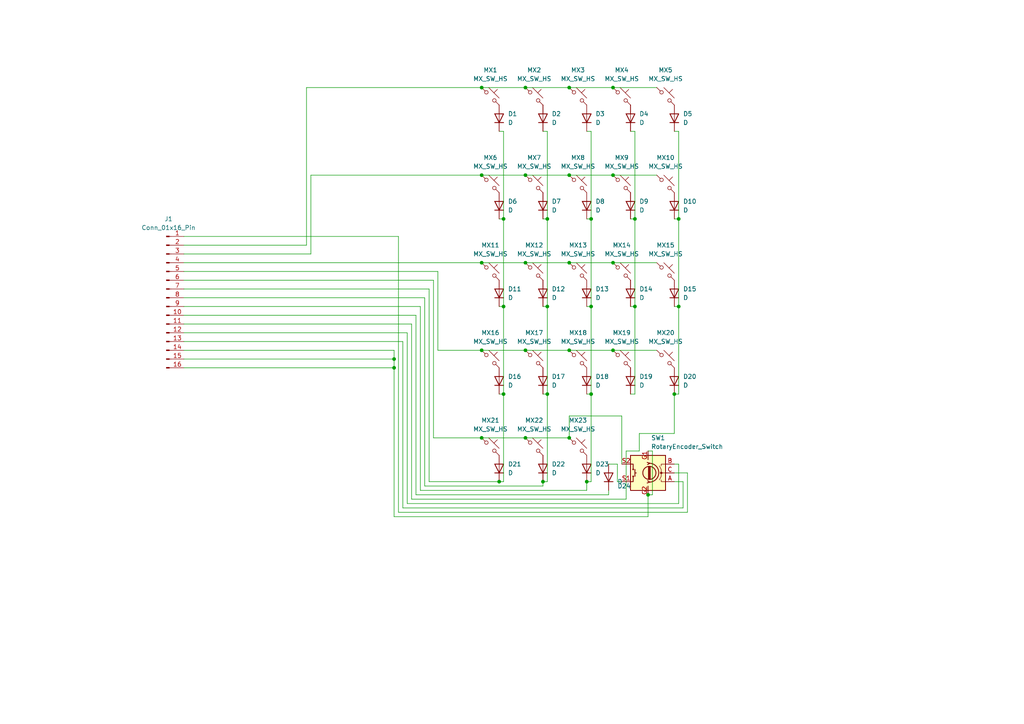
<source format=kicad_sch>
(kicad_sch (version 20230121) (generator eeschema)
  (paper "A4")
  (lib_symbols
    (symbol "!CustomLib:RotaryEncoder_Switch" (pin_names (offset 0.254) hide)
      (property "Reference" "SW" (at 7.62 0 0))
      (property "Value" "RotaryEncoder_Switch" (at 0 -3.81 0))
      (symbol "RotaryEncoder_Switch_0_1"
        (rectangle (start -5.08 5.08) (end 5.08 -5.08) (stroke (width 0.254)) (fill (type background)))
        (circle (center -3.81 0) (radius 0.254) (fill (type outline)))
        (circle (center -0.381 0) (radius 1.905) (stroke (width 0.254)))
        (arc (start -0.381 2.667) (mid -3.0988 -0.0635) (end -0.381 -2.794) (stroke (width 0.254)))
        (polyline (pts (xy -0.635 -1.778) (xy -0.635 1.778)) (stroke (width 0.254)))
        (polyline (pts (xy -0.381 -1.778) (xy -0.381 1.778)) (stroke (width 0.254)))
        (polyline (pts (xy -0.127 1.778) (xy -0.127 -1.778)) (stroke (width 0.254)))
        (polyline (pts (xy 3.81 0) (xy 3.429 0)) (stroke (width 0.254)))
        (polyline (pts (xy 3.81 1.016) (xy 3.81 -1.016)) (stroke (width 0.254)))
        (polyline (pts (xy -5.08 -2.54) (xy -3.81 -2.54) (xy -3.81 -2.032)))
        (polyline (pts (xy -5.08 2.54) (xy -3.81 2.54) (xy -3.81 2.032)))
        (polyline (pts (xy 0.254 -3.048) (xy -0.508 -2.794) (xy 0.127 -2.413)) (stroke (width 0.254)))
        (polyline (pts (xy 0.254 2.921) (xy -0.508 2.667) (xy 0.127 2.286)) (stroke (width 0.254)))
        (polyline (pts (xy 5.08 -2.54) (xy 4.318 -2.54) (xy 4.318 -1.016)) (stroke (width 0.254)))
        (polyline (pts (xy 5.08 2.54) (xy 4.318 2.54) (xy 4.318 1.016)) (stroke (width 0.254)))
        (polyline (pts (xy -5.08 0) (xy -3.81 0) (xy -3.81 -1.016) (xy -3.302 -2.032)))
        (polyline (pts (xy -4.318 0) (xy -3.81 0) (xy -3.81 1.016) (xy -3.302 2.032)))
        (circle (center 4.318 -1.016) (radius 0.127) (stroke (width 0.254)))
        (circle (center 4.318 1.016) (radius 0.127) (stroke (width 0.254)))
      )
      (symbol "RotaryEncoder_Switch_1_1"
        (pin passive line (at -7.62 2.54 0) (length 2.54) (name "A") (number "A"))
        (pin passive line (at -7.62 -2.54 0) (length 2.54) (name "B") (number "B"))
        (pin passive line (at -7.62 0 0) (length 2.54) (name "C") (number "C"))
        (pin passive line (at 0 -6.35 90) (length 2.54) (name "") (number "G1"))
        (pin passive line (at 0 6.35 270) (length 2.54) (name "") (number "G2"))
        (pin passive line (at 7.62 2.54 180) (length 2.54) (name "S1") (number "S1"))
        (pin passive line (at 7.62 -2.54 180) (length 2.54) (name "S2") (number "S2"))
      )
    )
    (symbol "Connector:Conn_01x16_Pin" (pin_names (offset 1.016) hide)
      (property "Reference" "J" (at 0 20.32 0))
      (property "Value" "Conn_01x16_Pin" (at 0 -22.86 0))
      (symbol "Conn_01x16_Pin_1_1"
        (polyline (pts (xy 1.27 -20.32) (xy 0.8636 -20.32)) (stroke (width 0.1524)))
        (polyline (pts (xy 1.27 -17.78) (xy 0.8636 -17.78)) (stroke (width 0.1524)))
        (polyline (pts (xy 1.27 -15.24) (xy 0.8636 -15.24)) (stroke (width 0.1524)))
        (polyline (pts (xy 1.27 -12.7) (xy 0.8636 -12.7)) (stroke (width 0.1524)))
        (polyline (pts (xy 1.27 -10.16) (xy 0.8636 -10.16)) (stroke (width 0.1524)))
        (polyline (pts (xy 1.27 -7.62) (xy 0.8636 -7.62)) (stroke (width 0.1524)))
        (polyline (pts (xy 1.27 -5.08) (xy 0.8636 -5.08)) (stroke (width 0.1524)))
        (polyline (pts (xy 1.27 -2.54) (xy 0.8636 -2.54)) (stroke (width 0.1524)))
        (polyline (pts (xy 1.27 0) (xy 0.8636 0)) (stroke (width 0.1524)))
        (polyline (pts (xy 1.27 2.54) (xy 0.8636 2.54)) (stroke (width 0.1524)))
        (polyline (pts (xy 1.27 5.08) (xy 0.8636 5.08)) (stroke (width 0.1524)))
        (polyline (pts (xy 1.27 7.62) (xy 0.8636 7.62)) (stroke (width 0.1524)))
        (polyline (pts (xy 1.27 10.16) (xy 0.8636 10.16)) (stroke (width 0.1524)))
        (polyline (pts (xy 1.27 12.7) (xy 0.8636 12.7)) (stroke (width 0.1524)))
        (polyline (pts (xy 1.27 15.24) (xy 0.8636 15.24)) (stroke (width 0.1524)))
        (polyline (pts (xy 1.27 17.78) (xy 0.8636 17.78)) (stroke (width 0.1524)))
        (rectangle (start 0.8636 -20.193) (end 0 -20.447) (stroke (width 0.1524)) (fill (type outline)))
        (rectangle (start 0.8636 -17.653) (end 0 -17.907) (stroke (width 0.1524)) (fill (type outline)))
        (rectangle (start 0.8636 -15.113) (end 0 -15.367) (stroke (width 0.1524)) (fill (type outline)))
        (rectangle (start 0.8636 -12.573) (end 0 -12.827) (stroke (width 0.1524)) (fill (type outline)))
        (rectangle (start 0.8636 -10.033) (end 0 -10.287) (stroke (width 0.1524)) (fill (type outline)))
        (rectangle (start 0.8636 -7.493) (end 0 -7.747) (stroke (width 0.1524)) (fill (type outline)))
        (rectangle (start 0.8636 -4.953) (end 0 -5.207) (stroke (width 0.1524)) (fill (type outline)))
        (rectangle (start 0.8636 -2.413) (end 0 -2.667) (stroke (width 0.1524)) (fill (type outline)))
        (rectangle (start 0.8636 0.127) (end 0 -0.127) (stroke (width 0.1524)) (fill (type outline)))
        (rectangle (start 0.8636 2.667) (end 0 2.413) (stroke (width 0.1524)) (fill (type outline)))
        (rectangle (start 0.8636 5.207) (end 0 4.953) (stroke (width 0.1524)) (fill (type outline)))
        (rectangle (start 0.8636 7.747) (end 0 7.493) (stroke (width 0.1524)) (fill (type outline)))
        (rectangle (start 0.8636 10.287) (end 0 10.033) (stroke (width 0.1524)) (fill (type outline)))
        (rectangle (start 0.8636 12.827) (end 0 12.573) (stroke (width 0.1524)) (fill (type outline)))
        (rectangle (start 0.8636 15.367) (end 0 15.113) (stroke (width 0.1524)) (fill (type outline)))
        (rectangle (start 0.8636 17.907) (end 0 17.653) (stroke (width 0.1524)) (fill (type outline)))
        (pin passive line (at 5.08 17.78 180) (length 3.81) (name "Pin_1") (number "1"))
        (pin passive line (at 5.08 -5.08 180) (length 3.81) (name "Pin_10") (number "10"))
        (pin passive line (at 5.08 -7.62 180) (length 3.81) (name "Pin_11") (number "11"))
        (pin passive line (at 5.08 -10.16 180) (length 3.81) (name "Pin_12") (number "12"))
        (pin passive line (at 5.08 -12.7 180) (length 3.81) (name "Pin_13") (number "13"))
        (pin passive line (at 5.08 -15.24 180) (length 3.81) (name "Pin_14") (number "14"))
        (pin passive line (at 5.08 -17.78 180) (length 3.81) (name "Pin_15") (number "15"))
        (pin passive line (at 5.08 -20.32 180) (length 3.81) (name "Pin_16") (number "16"))
        (pin passive line (at 5.08 15.24 180) (length 3.81) (name "Pin_2") (number "2"))
        (pin passive line (at 5.08 12.7 180) (length 3.81) (name "Pin_3") (number "3"))
        (pin passive line (at 5.08 10.16 180) (length 3.81) (name "Pin_4") (number "4"))
        (pin passive line (at 5.08 7.62 180) (length 3.81) (name "Pin_5") (number "5"))
        (pin passive line (at 5.08 5.08 180) (length 3.81) (name "Pin_6") (number "6"))
        (pin passive line (at 5.08 2.54 180) (length 3.81) (name "Pin_7") (number "7"))
        (pin passive line (at 5.08 0 180) (length 3.81) (name "Pin_8") (number "8"))
        (pin passive line (at 5.08 -2.54 180) (length 3.81) (name "Pin_9") (number "9"))
      )
    )
    (symbol "Device:D" (pin_numbers hide) (pin_names (offset 1.016) hide)
      (property "Reference" "D" (at 0 2.54 0))
      (property "Value" "D" (at 0 -2.54 0))
      (symbol "D_0_1"
        (polyline (pts (xy -1.27 1.27) (xy -1.27 -1.27)) (stroke (width 0.254)))
        (polyline (pts (xy 1.27 0) (xy -1.27 0)))
        (polyline (pts (xy 1.27 1.27) (xy 1.27 -1.27) (xy -1.27 0) (xy 1.27 1.27)) (stroke (width 0.254)))
      )
      (symbol "D_1_1"
        (pin passive line (at -3.81 0 0) (length 2.54) (name "K") (number "1"))
        (pin passive line (at 3.81 0 180) (length 2.54) (name "A") (number "2"))
      )
    )
    (symbol "PCM_marbastlib-mx:MX_SW_HS" (pin_numbers hide) (pin_names (offset 1.016) hide)
      (property "Reference" "MX" (at 3.048 1.016 0))
      (property "Value" "MX_SW_HS" (at 0 -3.81 0))
      (symbol "MX_SW_HS_0_1"
        (circle (center -1.1684 1.1684) (radius 0.508))
        (polyline (pts (xy -0.508 2.54) (xy 2.54 -0.508)))
        (polyline (pts (xy 1.016 1.016) (xy 2.032 2.032)))
        (polyline (pts (xy -2.54 2.54) (xy -1.524 1.524) (xy -1.524 1.524)))
        (polyline (pts (xy 1.524 -1.524) (xy 2.54 -2.54) (xy 2.54 -2.54) (xy 2.54 -2.54)))
        (circle (center 1.143 -1.1938) (radius 0.508))
        (pin passive line (at -2.54 2.54 0) (length 0) (name "1") (number "1"))
        (pin passive line (at 2.54 -2.54 180) (length 0) (name "2") (number "2"))
      )
    )
  )
  (junction (at 177.8 101.6))
  (junction (at 184.15 63.5))
  (junction (at 177.8 76.2))
  (junction (at 171.45 63.5))
  (junction (at 196.85 88.9))
  (junction (at 152.4 76.2))
  (junction (at 139.7 25.4))
  (junction (at 184.15 88.9))
  (junction (at 144.78 139.7))
  (junction (at 165.1 101.6))
  (junction (at 177.8 50.8))
  (junction (at 158.75 88.9))
  (junction (at 158.75 114.3))
  (junction (at 114.3 106.68))
  (junction (at 157.48 139.7))
  (junction (at 146.05 88.9))
  (junction (at 139.7 76.2))
  (junction (at 165.1 76.2))
  (junction (at 152.4 101.6))
  (junction (at 165.1 50.8))
  (junction (at 177.8 25.4))
  (junction (at 165.1 25.4))
  (junction (at 152.4 50.8))
  (junction (at 170.18 139.7))
  (junction (at 114.3 104.14))
  (junction (at 139.7 127))
  (junction (at 196.85 63.5))
  (junction (at 187.96 143.51))
  (junction (at 152.4 127))
  (junction (at 152.4 25.4))
  (junction (at 139.7 101.6))
  (junction (at 139.7 50.8))
  (junction (at 195.58 114.3))
  (junction (at 158.75 63.5))
  (junction (at 171.45 114.3))
  (junction (at 171.45 88.9))
  (junction (at 146.05 63.5))
  (junction (at 165.1 127))
  (junction (at 146.05 114.3))
  (wire (pts (xy 157.48 139.7) (xy 157.48 140.97)))
  (wire (pts (xy 195.58 134.62) (xy 196.85 134.62)))
  (wire (pts (xy 187.96 130.81) (xy 189.23 130.81)))
  (wire (pts (xy 170.18 139.7) (xy 170.18 142.24)))
  (wire (pts (xy 146.05 38.1) (xy 146.05 63.5)))
  (wire (pts (xy 53.34 81.28) (xy 125.73 81.28)))
  (wire (pts (xy 180.34 139.7) (xy 179.07 139.7)))
  (wire (pts (xy 53.34 78.74) (xy 127 78.74)))
  (wire (pts (xy 119.38 144.78) (xy 119.38 93.98)))
  (wire (pts (xy 114.3 101.6) (xy 53.34 101.6)))
  (wire (pts (xy 184.15 63.5) (xy 184.15 88.9)))
  (wire (pts (xy 152.4 25.4) (xy 165.1 25.4)))
  (wire (pts (xy 165.1 101.6) (xy 177.8 101.6)))
  (wire (pts (xy 146.05 139.7) (xy 144.78 139.7)))
  (wire (pts (xy 144.78 38.1) (xy 146.05 38.1)))
  (wire (pts (xy 53.34 104.14) (xy 114.3 104.14)))
  (wire (pts (xy 177.8 50.8) (xy 190.5 50.8)))
  (wire (pts (xy 196.85 134.62) (xy 196.85 146.05)))
  (wire (pts (xy 196.85 88.9) (xy 196.85 114.3)))
  (wire (pts (xy 88.9 71.12) (xy 88.9 25.4)))
  (wire (pts (xy 170.18 63.5) (xy 171.45 63.5)))
  (wire (pts (xy 146.05 63.5) (xy 146.05 88.9)))
  (wire (pts (xy 185.42 130.81) (xy 181.61 130.81)))
  (wire (pts (xy 195.58 38.1) (xy 196.85 38.1)))
  (wire (pts (xy 139.7 25.4) (xy 152.4 25.4)))
  (wire (pts (xy 196.85 63.5) (xy 195.58 63.5)))
  (wire (pts (xy 189.23 130.81) (xy 189.23 143.51)))
  (wire (pts (xy 179.07 139.7) (xy 179.07 134.62)))
  (wire (pts (xy 180.34 120.65) (xy 180.34 134.62)))
  (wire (pts (xy 125.73 127) (xy 139.7 127)))
  (wire (pts (xy 158.75 88.9) (xy 158.75 114.3)))
  (wire (pts (xy 176.53 143.51) (xy 120.65 143.51)))
  (wire (pts (xy 196.85 63.5) (xy 196.85 88.9)))
  (wire (pts (xy 88.9 25.4) (xy 139.7 25.4)))
  (wire (pts (xy 165.1 76.2) (xy 177.8 76.2)))
  (wire (pts (xy 177.8 76.2) (xy 190.5 76.2)))
  (wire (pts (xy 165.1 50.8) (xy 177.8 50.8)))
  (wire (pts (xy 120.65 143.51) (xy 120.65 91.44)))
  (wire (pts (xy 171.45 139.7) (xy 170.18 139.7)))
  (wire (pts (xy 196.85 88.9) (xy 195.58 88.9)))
  (wire (pts (xy 90.17 50.8) (xy 139.7 50.8)))
  (wire (pts (xy 184.15 38.1) (xy 184.15 63.5)))
  (wire (pts (xy 177.8 101.6) (xy 190.5 101.6)))
  (wire (pts (xy 171.45 63.5) (xy 171.45 88.9)))
  (wire (pts (xy 171.45 114.3) (xy 171.45 139.7)))
  (wire (pts (xy 158.75 139.7) (xy 157.48 139.7)))
  (wire (pts (xy 165.1 25.4) (xy 177.8 25.4)))
  (wire (pts (xy 123.19 140.97) (xy 123.19 86.36)))
  (wire (pts (xy 176.53 142.24) (xy 176.53 143.51)))
  (wire (pts (xy 157.48 38.1) (xy 158.75 38.1)))
  (wire (pts (xy 152.4 101.6) (xy 165.1 101.6)))
  (wire (pts (xy 121.92 142.24) (xy 121.92 88.9)))
  (wire (pts (xy 53.34 71.12) (xy 88.9 71.12)))
  (wire (pts (xy 184.15 88.9) (xy 184.15 114.3)))
  (wire (pts (xy 114.3 149.86) (xy 114.3 106.68)))
  (wire (pts (xy 171.45 114.3) (xy 170.18 114.3)))
  (wire (pts (xy 184.15 88.9) (xy 182.88 88.9)))
  (wire (pts (xy 115.57 68.58) (xy 53.34 68.58)))
  (wire (pts (xy 179.07 134.62) (xy 176.53 134.62)))
  (wire (pts (xy 182.88 63.5) (xy 184.15 63.5)))
  (wire (pts (xy 195.58 114.3) (xy 195.58 125.73)))
  (wire (pts (xy 114.3 106.68) (xy 114.3 104.14)))
  (wire (pts (xy 125.73 81.28) (xy 125.73 127)))
  (wire (pts (xy 127 78.74) (xy 127 101.6)))
  (wire (pts (xy 195.58 137.16) (xy 199.39 137.16)))
  (wire (pts (xy 114.3 104.14) (xy 114.3 101.6)))
  (wire (pts (xy 53.34 73.66) (xy 90.17 73.66)))
  (wire (pts (xy 158.75 114.3) (xy 157.48 114.3)))
  (wire (pts (xy 119.38 93.98) (xy 53.34 93.98)))
  (wire (pts (xy 146.05 88.9) (xy 146.05 114.3)))
  (wire (pts (xy 196.85 114.3) (xy 195.58 114.3)))
  (wire (pts (xy 158.75 63.5) (xy 157.48 63.5)))
  (wire (pts (xy 127 101.6) (xy 139.7 101.6)))
  (wire (pts (xy 158.75 88.9) (xy 157.48 88.9)))
  (wire (pts (xy 171.45 88.9) (xy 171.45 114.3)))
  (wire (pts (xy 120.65 91.44) (xy 53.34 91.44)))
  (wire (pts (xy 124.46 139.7) (xy 124.46 83.82)))
  (wire (pts (xy 152.4 76.2) (xy 165.1 76.2)))
  (wire (pts (xy 171.45 38.1) (xy 171.45 63.5)))
  (wire (pts (xy 118.11 96.52) (xy 53.34 96.52)))
  (wire (pts (xy 139.7 127) (xy 152.4 127)))
  (wire (pts (xy 139.7 76.2) (xy 152.4 76.2)))
  (wire (pts (xy 158.75 38.1) (xy 158.75 63.5)))
  (wire (pts (xy 195.58 125.73) (xy 185.42 125.73)))
  (wire (pts (xy 198.12 147.32) (xy 116.84 147.32)))
  (wire (pts (xy 124.46 83.82) (xy 53.34 83.82)))
  (wire (pts (xy 116.84 147.32) (xy 116.84 99.06)))
  (wire (pts (xy 171.45 88.9) (xy 170.18 88.9)))
  (wire (pts (xy 115.57 148.59) (xy 115.57 68.58)))
  (wire (pts (xy 121.92 88.9) (xy 53.34 88.9)))
  (wire (pts (xy 187.96 143.51) (xy 187.96 149.86)))
  (wire (pts (xy 198.12 139.7) (xy 198.12 147.32)))
  (wire (pts (xy 196.85 38.1) (xy 196.85 63.5)))
  (wire (pts (xy 196.85 146.05) (xy 118.11 146.05)))
  (wire (pts (xy 146.05 114.3) (xy 146.05 139.7)))
  (wire (pts (xy 146.05 88.9) (xy 144.78 88.9)))
  (wire (pts (xy 53.34 76.2) (xy 139.7 76.2)))
  (wire (pts (xy 90.17 73.66) (xy 90.17 50.8)))
  (wire (pts (xy 53.34 106.68) (xy 114.3 106.68)))
  (wire (pts (xy 184.15 114.3) (xy 182.88 114.3)))
  (wire (pts (xy 146.05 114.3) (xy 144.78 114.3)))
  (wire (pts (xy 157.48 140.97) (xy 123.19 140.97)))
  (wire (pts (xy 182.88 38.1) (xy 184.15 38.1)))
  (wire (pts (xy 158.75 114.3) (xy 158.75 139.7)))
  (wire (pts (xy 181.61 130.81) (xy 181.61 144.78)))
  (wire (pts (xy 181.61 144.78) (xy 119.38 144.78)))
  (wire (pts (xy 139.7 50.8) (xy 152.4 50.8)))
  (wire (pts (xy 195.58 139.7) (xy 198.12 139.7)))
  (wire (pts (xy 177.8 25.4) (xy 190.5 25.4)))
  (wire (pts (xy 152.4 50.8) (xy 165.1 50.8)))
  (wire (pts (xy 123.19 86.36) (xy 53.34 86.36)))
  (wire (pts (xy 170.18 142.24) (xy 121.92 142.24)))
  (wire (pts (xy 139.7 101.6) (xy 152.4 101.6)))
  (wire (pts (xy 118.11 146.05) (xy 118.11 96.52)))
  (wire (pts (xy 152.4 127) (xy 165.1 127)))
  (wire (pts (xy 144.78 139.7) (xy 124.46 139.7)))
  (wire (pts (xy 189.23 143.51) (xy 187.96 143.51)))
  (wire (pts (xy 165.1 127) (xy 165.1 120.65)))
  (wire (pts (xy 199.39 137.16) (xy 199.39 148.59)))
  (wire (pts (xy 144.78 63.5) (xy 146.05 63.5)))
  (wire (pts (xy 187.96 149.86) (xy 114.3 149.86)))
  (wire (pts (xy 199.39 148.59) (xy 115.57 148.59)))
  (wire (pts (xy 185.42 125.73) (xy 185.42 130.81)))
  (wire (pts (xy 158.75 63.5) (xy 158.75 88.9)))
  (wire (pts (xy 116.84 99.06) (xy 53.34 99.06)))
  (wire (pts (xy 170.18 38.1) (xy 171.45 38.1)))
  (wire (pts (xy 180.34 120.65) (xy 165.1 120.65)))
  (symbol (lib_id "Device:D") (at 170.18 34.29 90) (unit 1)
    (property "Reference" "D3" (at 172.72 33.02 90) (effects (justify right)))
    (property "Value" "D" (at 172.72 35.56 90) (effects (justify right)))
    (property "Footprint" "Diode_SMD:D_SOD-123" (effects hide))
    (property "Sim.Device" "D" (effects hide))
    (property "Sim.Pins" "1=K 2=A" (effects hide))
  )
  (symbol (lib_id "PCM_marbastlib-mx:MX_SW_HS") (at 167.64 53.34 0) (unit 1)
    (property "Reference" "MX8" (at 167.64 45.72 0))
    (property "Value" "MX_SW_HS" (at 167.64 48.26 0))
    (property "Footprint" "PCM_marbastlib-mx:SW_MX_HS_1u" (effects hide))
  )
  (symbol (lib_id "Device:D") (at 157.48 110.49 90) (unit 1)
    (property "Reference" "D17" (at 160.02 109.22 90) (effects (justify right)))
    (property "Value" "D" (at 160.02 111.76 90) (effects (justify right)))
    (property "Footprint" "Diode_SMD:D_SOD-123" (effects hide))
    (property "Sim.Device" "D" (effects hide))
    (property "Sim.Pins" "1=K 2=A" (effects hide))
  )
  (symbol (lib_id "Device:D") (at 157.48 135.89 90) (unit 1)
    (property "Reference" "D22" (at 160.02 134.62 90) (effects (justify right)))
    (property "Value" "D" (at 160.02 137.16 90) (effects (justify right)))
    (property "Footprint" "Diode_SMD:D_SOD-123" (effects hide))
    (property "Sim.Device" "D" (effects hide))
    (property "Sim.Pins" "1=K 2=A" (effects hide))
  )
  (symbol (lib_id "PCM_marbastlib-mx:MX_SW_HS") (at 193.04 104.14 0) (unit 1)
    (property "Reference" "MX20" (at 193.04 96.52 0))
    (property "Value" "MX_SW_HS" (at 193.04 99.06 0))
    (property "Footprint" "PCM_marbastlib-mx:SW_MX_HS_1u" (effects hide))
  )
  (symbol (lib_id "Device:D") (at 157.48 85.09 90) (unit 1)
    (property "Reference" "D12" (at 160.02 83.82 90) (effects (justify right)))
    (property "Value" "D" (at 160.02 86.36 90) (effects (justify right)))
    (property "Footprint" "Diode_SMD:D_SOD-123" (effects hide))
    (property "Sim.Device" "D" (effects hide))
    (property "Sim.Pins" "1=K 2=A" (effects hide))
  )
  (symbol (lib_id "PCM_marbastlib-mx:MX_SW_HS") (at 193.04 78.74 0) (unit 1)
    (property "Reference" "MX15" (at 193.04 71.12 0))
    (property "Value" "MX_SW_HS" (at 193.04 73.66 0))
    (property "Footprint" "PCM_marbastlib-mx:SW_MX_HS_1u" (effects hide))
  )
  (symbol (lib_id "Device:D") (at 182.88 85.09 90) (unit 1)
    (property "Reference" "D14" (at 185.42 83.82 90) (effects (justify right)))
    (property "Value" "D" (at 185.42 86.36 90) (effects (justify right)))
    (property "Footprint" "Diode_SMD:D_SOD-123" (effects hide))
    (property "Sim.Device" "D" (effects hide))
    (property "Sim.Pins" "1=K 2=A" (effects hide))
  )
  (symbol (lib_id "Device:D") (at 144.78 34.29 90) (unit 1)
    (property "Reference" "D1" (at 147.32 33.02 90) (effects (justify right)))
    (property "Value" "D" (at 147.32 35.56 90) (effects (justify right)))
    (property "Footprint" "Diode_SMD:D_SOD-123" (effects hide))
    (property "Sim.Device" "D" (effects hide))
    (property "Sim.Pins" "1=K 2=A" (effects hide))
  )
  (symbol (lib_id "Connector:Conn_01x16_Pin") (at 48.26 86.36 0) (unit 1)
    (property "Reference" "J1" (at 48.895 63.5 0))
    (property "Value" "Conn_01x16_Pin" (at 48.895 66.04 0))
    (property "Footprint" "CustomKicad:XF3M-1415-1B" (effects hide))
  )
  (symbol (lib_id "Device:D") (at 170.18 59.69 90) (unit 1)
    (property "Reference" "D8" (at 172.72 58.42 90) (effects (justify right)))
    (property "Value" "D" (at 172.72 60.96 90) (effects (justify right)))
    (property "Footprint" "Diode_SMD:D_SOD-123" (effects hide))
    (property "Sim.Device" "D" (effects hide))
    (property "Sim.Pins" "1=K 2=A" (effects hide))
  )
  (symbol (lib_id "Device:D") (at 176.53 138.43 90) (unit 1)
    (property "Reference" "D24" (at 179.07 140.97 90) (effects (justify right)))
    (property "Value" "D" (at 179.07 139.7 90) (effects (justify right)))
    (property "Footprint" "Diode_SMD:D_SOD-123" (effects hide))
    (property "Sim.Device" "D" (effects hide))
    (property "Sim.Pins" "1=K 2=A" (effects hide))
  )
  (symbol (lib_id "Device:D") (at 195.58 59.69 90) (unit 1)
    (property "Reference" "D10" (at 198.12 58.42 90) (effects (justify right)))
    (property "Value" "D" (at 198.12 60.96 90) (effects (justify right)))
    (property "Footprint" "Diode_SMD:D_SOD-123" (effects hide))
    (property "Sim.Device" "D" (effects hide))
    (property "Sim.Pins" "1=K 2=A" (effects hide))
  )
  (symbol (lib_id "PCM_marbastlib-mx:MX_SW_HS") (at 193.04 53.34 0) (unit 1)
    (property "Reference" "MX10" (at 193.04 45.72 0))
    (property "Value" "MX_SW_HS" (at 193.04 48.26 0))
    (property "Footprint" "PCM_marbastlib-mx:SW_MX_HS_1u" (effects hide))
  )
  (symbol (lib_id "PCM_marbastlib-mx:MX_SW_HS") (at 142.24 104.14 0) (unit 1)
    (property "Reference" "MX16" (at 142.24 96.52 0))
    (property "Value" "MX_SW_HS" (at 142.24 99.06 0))
    (property "Footprint" "PCM_marbastlib-mx:SW_MX_HS_1u" (effects hide))
  )
  (symbol (lib_id "Device:D") (at 195.58 34.29 90) (unit 1)
    (property "Reference" "D5" (at 198.12 33.02 90) (effects (justify right)))
    (property "Value" "D" (at 198.12 35.56 90) (effects (justify right)))
    (property "Footprint" "Diode_SMD:D_SOD-123" (effects hide))
    (property "Sim.Device" "D" (effects hide))
    (property "Sim.Pins" "1=K 2=A" (effects hide))
  )
  (symbol (lib_id "Device:D") (at 182.88 59.69 90) (unit 1)
    (property "Reference" "D9" (at 185.42 58.42 90) (effects (justify right)))
    (property "Value" "D" (at 185.42 60.96 90) (effects (justify right)))
    (property "Footprint" "Diode_SMD:D_SOD-123" (effects hide))
    (property "Sim.Device" "D" (effects hide))
    (property "Sim.Pins" "1=K 2=A" (effects hide))
  )
  (symbol (lib_id "Device:D") (at 170.18 85.09 90) (unit 1)
    (property "Reference" "D13" (at 172.72 83.82 90) (effects (justify right)))
    (property "Value" "D" (at 172.72 86.36 90) (effects (justify right)))
    (property "Footprint" "Diode_SMD:D_SOD-123" (effects hide))
    (property "Sim.Device" "D" (effects hide))
    (property "Sim.Pins" "1=K 2=A" (effects hide))
  )
  (symbol (lib_id "PCM_marbastlib-mx:MX_SW_HS") (at 154.94 78.74 0) (unit 1)
    (property "Reference" "MX12" (at 154.94 71.12 0))
    (property "Value" "MX_SW_HS" (at 154.94 73.66 0))
    (property "Footprint" "PCM_marbastlib-mx:SW_MX_HS_1u" (effects hide))
  )
  (symbol (lib_id "PCM_marbastlib-mx:MX_SW_HS") (at 193.04 27.94 0) (unit 1)
    (property "Reference" "MX5" (at 193.04 20.32 0))
    (property "Value" "MX_SW_HS" (at 193.04 22.86 0))
    (property "Footprint" "PCM_marbastlib-mx:SW_MX_HS_1u" (effects hide))
  )
  (symbol (lib_id "PCM_marbastlib-mx:MX_SW_HS") (at 180.34 104.14 0) (unit 1)
    (property "Reference" "MX19" (at 180.34 96.52 0))
    (property "Value" "MX_SW_HS" (at 180.34 99.06 0))
    (property "Footprint" "PCM_marbastlib-mx:SW_MX_HS_1u" (effects hide))
  )
  (symbol (lib_id "PCM_marbastlib-mx:MX_SW_HS") (at 142.24 53.34 0) (unit 1)
    (property "Reference" "MX6" (at 142.24 45.72 0))
    (property "Value" "MX_SW_HS" (at 142.24 48.26 0))
    (property "Footprint" "PCM_marbastlib-mx:SW_MX_HS_1u" (effects hide))
  )
  (symbol (lib_id "PCM_marbastlib-mx:MX_SW_HS") (at 154.94 129.54 0) (unit 1)
    (property "Reference" "MX22" (at 154.94 121.92 0))
    (property "Value" "MX_SW_HS" (at 154.94 124.46 0))
    (property "Footprint" "PCM_marbastlib-mx:SW_MX_HS_1u" (effects hide))
  )
  (symbol (lib_id "PCM_marbastlib-mx:MX_SW_HS") (at 167.64 104.14 0) (unit 1)
    (property "Reference" "MX18" (at 167.64 96.52 0))
    (property "Value" "MX_SW_HS" (at 167.64 99.06 0))
    (property "Footprint" "PCM_marbastlib-mx:SW_MX_HS_1u" (effects hide))
  )
  (symbol (lib_id "!CustomLib:RotaryEncoder_Switch") (at 187.96 137.16 180) (unit 1)
    (property "Reference" "SW1" (at 188.8489 127 0) (effects (justify right)))
    (property "Value" "RotaryEncoder_Switch" (at 188.8489 129.54 0) (effects (justify right)))
    (property "Footprint" "CustomKicad:PEC12R-42" (effects hide))
  )
  (symbol (lib_id "Device:D") (at 157.48 34.29 90) (unit 1)
    (property "Reference" "D2" (at 160.02 33.02 90) (effects (justify right)))
    (property "Value" "D" (at 160.02 35.56 90) (effects (justify right)))
    (property "Footprint" "Diode_SMD:D_SOD-123" (effects hide))
    (property "Sim.Device" "D" (effects hide))
    (property "Sim.Pins" "1=K 2=A" (effects hide))
  )
  (symbol (lib_id "PCM_marbastlib-mx:MX_SW_HS") (at 180.34 53.34 0) (unit 1)
    (property "Reference" "MX9" (at 180.34 45.72 0))
    (property "Value" "MX_SW_HS" (at 180.34 48.26 0))
    (property "Footprint" "PCM_marbastlib-mx:SW_MX_HS_1u" (effects hide))
  )
  (symbol (lib_id "Device:D") (at 157.48 59.69 90) (unit 1)
    (property "Reference" "D7" (at 160.02 58.42 90) (effects (justify right)))
    (property "Value" "D" (at 160.02 60.96 90) (effects (justify right)))
    (property "Footprint" "Diode_SMD:D_SOD-123" (effects hide))
    (property "Sim.Device" "D" (effects hide))
    (property "Sim.Pins" "1=K 2=A" (effects hide))
  )
  (symbol (lib_id "Device:D") (at 144.78 59.69 90) (unit 1)
    (property "Reference" "D6" (at 147.32 58.42 90) (effects (justify right)))
    (property "Value" "D" (at 147.32 60.96 90) (effects (justify right)))
    (property "Footprint" "Diode_SMD:D_SOD-123" (effects hide))
    (property "Sim.Device" "D" (effects hide))
    (property "Sim.Pins" "1=K 2=A" (effects hide))
  )
  (symbol (lib_id "Device:D") (at 170.18 110.49 90) (unit 1)
    (property "Reference" "D18" (at 172.72 109.22 90) (effects (justify right)))
    (property "Value" "D" (at 172.72 111.76 90) (effects (justify right)))
    (property "Footprint" "Diode_SMD:D_SOD-123" (effects hide))
    (property "Sim.Device" "D" (effects hide))
    (property "Sim.Pins" "1=K 2=A" (effects hide))
  )
  (symbol (lib_id "PCM_marbastlib-mx:MX_SW_HS") (at 154.94 53.34 0) (unit 1)
    (property "Reference" "MX7" (at 154.94 45.72 0))
    (property "Value" "MX_SW_HS" (at 154.94 48.26 0))
    (property "Footprint" "PCM_marbastlib-mx:SW_MX_HS_1u" (effects hide))
  )
  (symbol (lib_id "Device:D") (at 195.58 110.49 90) (unit 1)
    (property "Reference" "D20" (at 198.12 109.22 90) (effects (justify right)))
    (property "Value" "D" (at 198.12 111.76 90) (effects (justify right)))
    (property "Footprint" "Diode_SMD:D_SOD-123" (effects hide))
    (property "Sim.Device" "D" (effects hide))
    (property "Sim.Pins" "1=K 2=A" (effects hide))
  )
  (symbol (lib_id "PCM_marbastlib-mx:MX_SW_HS") (at 180.34 78.74 0) (unit 1)
    (property "Reference" "MX14" (at 180.34 71.12 0))
    (property "Value" "MX_SW_HS" (at 180.34 73.66 0))
    (property "Footprint" "PCM_marbastlib-mx:SW_MX_HS_1u" (effects hide))
  )
  (symbol (lib_id "PCM_marbastlib-mx:MX_SW_HS") (at 142.24 78.74 0) (unit 1)
    (property "Reference" "MX11" (at 142.24 71.12 0))
    (property "Value" "MX_SW_HS" (at 142.24 73.66 0))
    (property "Footprint" "PCM_marbastlib-mx:SW_MX_HS_1u" (effects hide))
  )
  (symbol (lib_id "Device:D") (at 182.88 34.29 90) (unit 1)
    (property "Reference" "D4" (at 185.42 33.02 90) (effects (justify right)))
    (property "Value" "D" (at 185.42 35.56 90) (effects (justify right)))
    (property "Footprint" "Diode_SMD:D_SOD-123" (effects hide))
    (property "Sim.Device" "D" (effects hide))
    (property "Sim.Pins" "1=K 2=A" (effects hide))
  )
  (symbol (lib_id "Device:D") (at 144.78 85.09 90) (unit 1)
    (property "Reference" "D11" (at 147.32 83.82 90) (effects (justify right)))
    (property "Value" "D" (at 147.32 86.36 90) (effects (justify right)))
    (property "Footprint" "Diode_SMD:D_SOD-123" (effects hide))
    (property "Sim.Device" "D" (effects hide))
    (property "Sim.Pins" "1=K 2=A" (effects hide))
  )
  (symbol (lib_id "PCM_marbastlib-mx:MX_SW_HS") (at 154.94 27.94 0) (unit 1)
    (property "Reference" "MX2" (at 154.94 20.32 0))
    (property "Value" "MX_SW_HS" (at 154.94 22.86 0))
    (property "Footprint" "PCM_marbastlib-mx:SW_MX_HS_1u" (effects hide))
  )
  (symbol (lib_id "PCM_marbastlib-mx:MX_SW_HS") (at 180.34 27.94 0) (unit 1)
    (property "Reference" "MX4" (at 180.34 20.32 0))
    (property "Value" "MX_SW_HS" (at 180.34 22.86 0))
    (property "Footprint" "PCM_marbastlib-mx:SW_MX_HS_1u" (effects hide))
  )
  (symbol (lib_id "Device:D") (at 144.78 135.89 90) (unit 1)
    (property "Reference" "D21" (at 147.32 134.62 90) (effects (justify right)))
    (property "Value" "D" (at 147.32 137.16 90) (effects (justify right)))
    (property "Footprint" "Diode_SMD:D_SOD-123" (effects hide))
    (property "Sim.Device" "D" (effects hide))
    (property "Sim.Pins" "1=K 2=A" (effects hide))
  )
  (symbol (lib_id "PCM_marbastlib-mx:MX_SW_HS") (at 142.24 129.54 0) (unit 1)
    (property "Reference" "MX21" (at 142.24 121.92 0))
    (property "Value" "MX_SW_HS" (at 142.24 124.46 0))
    (property "Footprint" "PCM_marbastlib-mx:SW_MX_HS_1u" (effects hide))
  )
  (symbol (lib_id "Device:D") (at 182.88 110.49 90) (unit 1)
    (property "Reference" "D19" (at 185.42 109.22 90) (effects (justify right)))
    (property "Value" "D" (at 185.42 111.76 90) (effects (justify right)))
    (property "Footprint" "Diode_SMD:D_SOD-123" (effects hide))
    (property "Sim.Device" "D" (effects hide))
    (property "Sim.Pins" "1=K 2=A" (effects hide))
  )
  (symbol (lib_id "Device:D") (at 170.18 135.89 90) (unit 1)
    (property "Reference" "D23" (at 172.72 134.62 90) (effects (justify right)))
    (property "Value" "D" (at 172.72 137.16 90) (effects (justify right)))
    (property "Footprint" "Diode_SMD:D_SOD-123" (effects hide))
    (property "Sim.Device" "D" (effects hide))
    (property "Sim.Pins" "1=K 2=A" (effects hide))
  )
  (symbol (lib_id "Device:D") (at 195.58 85.09 90) (unit 1)
    (property "Reference" "D15" (at 198.12 83.82 90) (effects (justify right)))
    (property "Value" "D" (at 198.12 86.36 90) (effects (justify right)))
    (property "Footprint" "Diode_SMD:D_SOD-123" (effects hide))
    (property "Sim.Device" "D" (effects hide))
    (property "Sim.Pins" "1=K 2=A" (effects hide))
  )
  (symbol (lib_id "PCM_marbastlib-mx:MX_SW_HS") (at 167.64 27.94 0) (unit 1)
    (property "Reference" "MX3" (at 167.64 20.32 0))
    (property "Value" "MX_SW_HS" (at 167.64 22.86 0))
    (property "Footprint" "PCM_marbastlib-mx:SW_MX_HS_1u" (effects hide))
  )
  (symbol (lib_id "PCM_marbastlib-mx:MX_SW_HS") (at 167.64 129.54 0) (unit 1)
    (property "Reference" "MX23" (at 167.64 121.92 0))
    (property "Value" "MX_SW_HS" (at 167.64 124.46 0))
    (property "Footprint" "PCM_marbastlib-mx:SW_MX_HS_1u" (effects hide))
  )
  (symbol (lib_id "Device:D") (at 144.78 110.49 90) (unit 1)
    (property "Reference" "D16" (at 147.32 109.22 90) (effects (justify right)))
    (property "Value" "D" (at 147.32 111.76 90) (effects (justify right)))
    (property "Footprint" "Diode_SMD:D_SOD-123" (effects hide))
    (property "Sim.Device" "D" (effects hide))
    (property "Sim.Pins" "1=K 2=A" (effects hide))
  )
  (symbol (lib_id "PCM_marbastlib-mx:MX_SW_HS") (at 142.24 27.94 0) (unit 1)
    (property "Reference" "MX1" (at 142.24 20.32 0))
    (property "Value" "MX_SW_HS" (at 142.24 22.86 0))
    (property "Footprint" "PCM_marbastlib-mx:SW_MX_HS_1u" (effects hide))
  )
  (symbol (lib_id "PCM_marbastlib-mx:MX_SW_HS") (at 154.94 104.14 0) (unit 1)
    (property "Reference" "MX17" (at 154.94 96.52 0))
    (property "Value" "MX_SW_HS" (at 154.94 99.06 0))
    (property "Footprint" "PCM_marbastlib-mx:SW_MX_HS_1u" (effects hide))
  )
  (symbol (lib_id "PCM_marbastlib-mx:MX_SW_HS") (at 167.64 78.74 0) (unit 1)
    (property "Reference" "MX13" (at 167.64 71.12 0))
    (property "Value" "MX_SW_HS" (at 167.64 73.66 0))
    (property "Footprint" "PCM_marbastlib-mx:SW_MX_HS_1u" (effects hide))
  )
)
</source>
